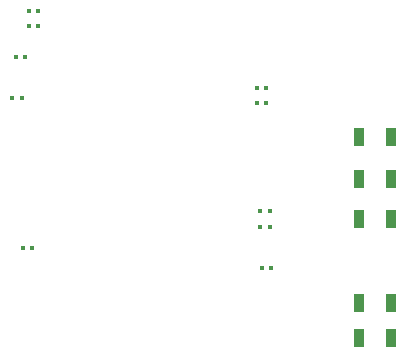
<source format=gtp>
G04 Layer_Color=7318015*
%FSAX42Y42*%
%MOMM*%
G71*
G01*
G75*
%ADD10R,0.45X0.45*%
%ADD11R,0.90X1.60*%
D10*
X006530Y008020D02*
D03*
X006450D02*
D03*
X006500Y007670D02*
D03*
X006420D02*
D03*
X006640Y008280D02*
D03*
X006560D02*
D03*
X006510Y006400D02*
D03*
X006590D02*
D03*
X006560Y008410D02*
D03*
X006640D02*
D03*
X008570Y007760D02*
D03*
X008490D02*
D03*
X008570Y007630D02*
D03*
X008490D02*
D03*
X008600Y006720D02*
D03*
X008520D02*
D03*
X008600Y006580D02*
D03*
X008520D02*
D03*
X008610Y006230D02*
D03*
X008530D02*
D03*
D11*
X009625Y007340D02*
D03*
X009355D02*
D03*
X009625Y005640D02*
D03*
X009355D02*
D03*
X009625Y005940D02*
D03*
X009355D02*
D03*
X009625Y006650D02*
D03*
X009355D02*
D03*
X009625Y006990D02*
D03*
X009355D02*
D03*
M02*

</source>
